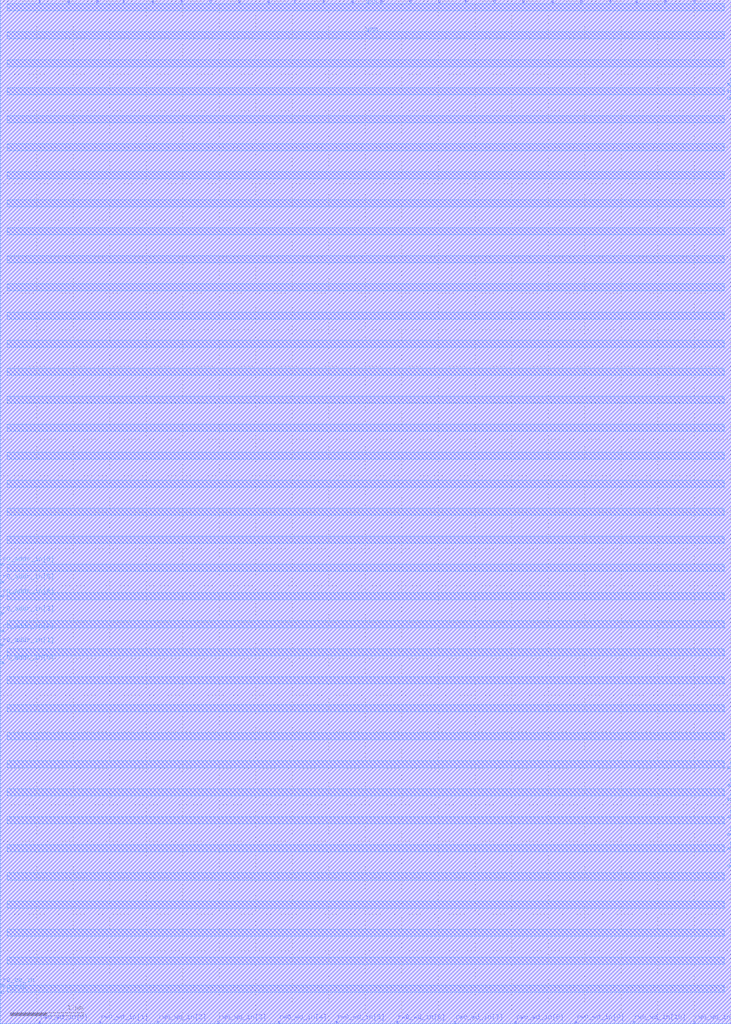
<source format=lef>
# Generated by OpenFakeRAM
VERSION 5.7 ;
BUSBITCHARS "[]" ;
PROPERTYDEFINITIONS
  MACRO width INTEGER ;
  MACRO depth INTEGER ;
  MACRO banks INTEGER ;
END PROPERTYDEFINITIONS
MACRO fakeram_1rw1r_12w128d_sram
  PROPERTY width 12 ;
  PROPERTY depth 128 ;
  PROPERTY banks 1 ;
  FOREIGN fakeram_1rw1r_12w128d_sram 0 0 ;
  SYMMETRY X Y R90 ;
  SIZE 10.008 BY 14.016 ;
  CLASS BLOCK ;
  PIN r0_clk
    DIRECTION INPUT ;
    USE SIGNAL ;
    SHAPE ABUTMENT ;
    PORT
      LAYER M4 ;
      RECT 0.000 0.420 0.048 0.444 ;
    END
  END r0_clk
  PIN r0_ce_in
    DIRECTION INPUT ;
    USE SIGNAL ;
    SHAPE ABUTMENT ;
    PORT
      LAYER M4 ;
      RECT 0.000 0.516 0.048 0.540 ;
    END
  END r0_ce_in
  PIN r0_addr_in[0]
    DIRECTION INPUT ;
    USE SIGNAL ;
    SHAPE ABUTMENT ;
    PORT
      LAYER M4 ;
      RECT 0.000 4.932 0.048 4.956 ;
    END
  END r0_addr_in[0]
  PIN r0_addr_in[1]
    DIRECTION INPUT ;
    USE SIGNAL ;
    SHAPE ABUTMENT ;
    PORT
      LAYER M4 ;
      RECT 0.000 5.172 0.048 5.196 ;
    END
  END r0_addr_in[1]
  PIN r0_addr_in[2]
    DIRECTION INPUT ;
    USE SIGNAL ;
    SHAPE ABUTMENT ;
    PORT
      LAYER M4 ;
      RECT 0.000 5.364 0.048 5.388 ;
    END
  END r0_addr_in[2]
  PIN r0_addr_in[3]
    DIRECTION INPUT ;
    USE SIGNAL ;
    SHAPE ABUTMENT ;
    PORT
      LAYER M4 ;
      RECT 0.000 5.604 0.048 5.628 ;
    END
  END r0_addr_in[3]
  PIN r0_addr_in[4]
    DIRECTION INPUT ;
    USE SIGNAL ;
    SHAPE ABUTMENT ;
    PORT
      LAYER M4 ;
      RECT 0.000 5.844 0.048 5.868 ;
    END
  END r0_addr_in[4]
  PIN r0_addr_in[5]
    DIRECTION INPUT ;
    USE SIGNAL ;
    SHAPE ABUTMENT ;
    PORT
      LAYER M4 ;
      RECT 0.000 6.036 0.048 6.060 ;
    END
  END r0_addr_in[5]
  PIN r0_addr_in[6]
    DIRECTION INPUT ;
    USE SIGNAL ;
    SHAPE ABUTMENT ;
    PORT
      LAYER M4 ;
      RECT 0.000 6.276 0.048 6.300 ;
    END
  END r0_addr_in[6]
  PIN rw0_rd_out[0]
    DIRECTION OUTPUT ;
    USE SIGNAL ;
    SHAPE ABUTMENT ;
    PORT
      LAYER M3 ;
      RECT 0.531 13.980 0.549 14.016 ;
    END
  END rw0_rd_out[0]
  PIN r0_rd_out[0]
    DIRECTION OUTPUT ;
    USE SIGNAL ;
    SHAPE ABUTMENT ;
    PORT
      LAYER M3 ;
      RECT 0.927 13.980 0.945 14.016 ;
    END
  END r0_rd_out[0]
  PIN rw0_rd_out[1]
    DIRECTION OUTPUT ;
    USE SIGNAL ;
    SHAPE ABUTMENT ;
    PORT
      LAYER M3 ;
      RECT 1.323 13.980 1.341 14.016 ;
    END
  END rw0_rd_out[1]
  PIN r0_rd_out[1]
    DIRECTION OUTPUT ;
    USE SIGNAL ;
    SHAPE ABUTMENT ;
    PORT
      LAYER M3 ;
      RECT 1.683 13.980 1.701 14.016 ;
    END
  END r0_rd_out[1]
  PIN rw0_rd_out[2]
    DIRECTION OUTPUT ;
    USE SIGNAL ;
    SHAPE ABUTMENT ;
    PORT
      LAYER M3 ;
      RECT 2.079 13.980 2.097 14.016 ;
    END
  END rw0_rd_out[2]
  PIN r0_rd_out[2]
    DIRECTION OUTPUT ;
    USE SIGNAL ;
    SHAPE ABUTMENT ;
    PORT
      LAYER M3 ;
      RECT 2.475 13.980 2.493 14.016 ;
    END
  END r0_rd_out[2]
  PIN rw0_rd_out[3]
    DIRECTION OUTPUT ;
    USE SIGNAL ;
    SHAPE ABUTMENT ;
    PORT
      LAYER M3 ;
      RECT 2.871 13.980 2.889 14.016 ;
    END
  END rw0_rd_out[3]
  PIN r0_rd_out[3]
    DIRECTION OUTPUT ;
    USE SIGNAL ;
    SHAPE ABUTMENT ;
    PORT
      LAYER M3 ;
      RECT 3.267 13.980 3.285 14.016 ;
    END
  END r0_rd_out[3]
  PIN rw0_rd_out[4]
    DIRECTION OUTPUT ;
    USE SIGNAL ;
    SHAPE ABUTMENT ;
    PORT
      LAYER M3 ;
      RECT 3.663 13.980 3.681 14.016 ;
    END
  END rw0_rd_out[4]
  PIN r0_rd_out[4]
    DIRECTION OUTPUT ;
    USE SIGNAL ;
    SHAPE ABUTMENT ;
    PORT
      LAYER M3 ;
      RECT 4.023 13.980 4.041 14.016 ;
    END
  END r0_rd_out[4]
  PIN rw0_rd_out[5]
    DIRECTION OUTPUT ;
    USE SIGNAL ;
    SHAPE ABUTMENT ;
    PORT
      LAYER M3 ;
      RECT 4.419 13.980 4.437 14.016 ;
    END
  END rw0_rd_out[5]
  PIN r0_rd_out[5]
    DIRECTION OUTPUT ;
    USE SIGNAL ;
    SHAPE ABUTMENT ;
    PORT
      LAYER M3 ;
      RECT 4.815 13.980 4.833 14.016 ;
    END
  END r0_rd_out[5]
  PIN rw0_rd_out[6]
    DIRECTION OUTPUT ;
    USE SIGNAL ;
    SHAPE ABUTMENT ;
    PORT
      LAYER M3 ;
      RECT 5.211 13.980 5.229 14.016 ;
    END
  END rw0_rd_out[6]
  PIN r0_rd_out[6]
    DIRECTION OUTPUT ;
    USE SIGNAL ;
    SHAPE ABUTMENT ;
    PORT
      LAYER M3 ;
      RECT 5.607 13.980 5.625 14.016 ;
    END
  END r0_rd_out[6]
  PIN rw0_rd_out[7]
    DIRECTION OUTPUT ;
    USE SIGNAL ;
    SHAPE ABUTMENT ;
    PORT
      LAYER M3 ;
      RECT 6.003 13.980 6.021 14.016 ;
    END
  END rw0_rd_out[7]
  PIN r0_rd_out[7]
    DIRECTION OUTPUT ;
    USE SIGNAL ;
    SHAPE ABUTMENT ;
    PORT
      LAYER M3 ;
      RECT 6.363 13.980 6.381 14.016 ;
    END
  END r0_rd_out[7]
  PIN rw0_rd_out[8]
    DIRECTION OUTPUT ;
    USE SIGNAL ;
    SHAPE ABUTMENT ;
    PORT
      LAYER M3 ;
      RECT 6.759 13.980 6.777 14.016 ;
    END
  END rw0_rd_out[8]
  PIN r0_rd_out[8]
    DIRECTION OUTPUT ;
    USE SIGNAL ;
    SHAPE ABUTMENT ;
    PORT
      LAYER M3 ;
      RECT 7.155 13.980 7.173 14.016 ;
    END
  END r0_rd_out[8]
  PIN rw0_rd_out[9]
    DIRECTION OUTPUT ;
    USE SIGNAL ;
    SHAPE ABUTMENT ;
    PORT
      LAYER M3 ;
      RECT 7.551 13.980 7.569 14.016 ;
    END
  END rw0_rd_out[9]
  PIN r0_rd_out[9]
    DIRECTION OUTPUT ;
    USE SIGNAL ;
    SHAPE ABUTMENT ;
    PORT
      LAYER M3 ;
      RECT 7.947 13.980 7.965 14.016 ;
    END
  END r0_rd_out[9]
  PIN rw0_rd_out[10]
    DIRECTION OUTPUT ;
    USE SIGNAL ;
    SHAPE ABUTMENT ;
    PORT
      LAYER M3 ;
      RECT 8.343 13.980 8.361 14.016 ;
    END
  END rw0_rd_out[10]
  PIN r0_rd_out[10]
    DIRECTION OUTPUT ;
    USE SIGNAL ;
    SHAPE ABUTMENT ;
    PORT
      LAYER M3 ;
      RECT 8.703 13.980 8.721 14.016 ;
    END
  END r0_rd_out[10]
  PIN rw0_rd_out[11]
    DIRECTION OUTPUT ;
    USE SIGNAL ;
    SHAPE ABUTMENT ;
    PORT
      LAYER M3 ;
      RECT 9.099 13.980 9.117 14.016 ;
    END
  END rw0_rd_out[11]
  PIN r0_rd_out[11]
    DIRECTION OUTPUT ;
    USE SIGNAL ;
    SHAPE ABUTMENT ;
    PORT
      LAYER M3 ;
      RECT 9.495 13.980 9.513 14.016 ;
    END
  END r0_rd_out[11]
  PIN rw0_clk
    DIRECTION INPUT ;
    USE SIGNAL ;
    SHAPE ABUTMENT ;
    PORT
      LAYER M4 ;
      RECT 9.960 12.660 10.008 12.684 ;
    END
  END rw0_clk
  PIN rw0_ce_in
    DIRECTION INPUT ;
    USE SIGNAL ;
    SHAPE ABUTMENT ;
    PORT
      LAYER M4 ;
      RECT 9.960 12.756 10.008 12.780 ;
    END
  END rw0_ce_in
  PIN rw0_we_in
    DIRECTION INPUT ;
    USE SIGNAL ;
    SHAPE ABUTMENT ;
    PORT
      LAYER M4 ;
      RECT 9.960 12.852 10.008 12.876 ;
    END
  END rw0_we_in
  PIN rw0_addr_in[0]
    DIRECTION INPUT ;
    USE SIGNAL ;
    SHAPE ABUTMENT ;
    PORT
      LAYER M4 ;
      RECT 9.960 2.148 10.008 2.172 ;
    END
  END rw0_addr_in[0]
  PIN rw0_addr_in[1]
    DIRECTION INPUT ;
    USE SIGNAL ;
    SHAPE ABUTMENT ;
    PORT
      LAYER M4 ;
      RECT 9.960 2.388 10.008 2.412 ;
    END
  END rw0_addr_in[1]
  PIN rw0_addr_in[2]
    DIRECTION INPUT ;
    USE SIGNAL ;
    SHAPE ABUTMENT ;
    PORT
      LAYER M4 ;
      RECT 9.960 2.580 10.008 2.604 ;
    END
  END rw0_addr_in[2]
  PIN rw0_addr_in[3]
    DIRECTION INPUT ;
    USE SIGNAL ;
    SHAPE ABUTMENT ;
    PORT
      LAYER M4 ;
      RECT 9.960 2.820 10.008 2.844 ;
    END
  END rw0_addr_in[3]
  PIN rw0_addr_in[4]
    DIRECTION INPUT ;
    USE SIGNAL ;
    SHAPE ABUTMENT ;
    PORT
      LAYER M4 ;
      RECT 9.960 3.060 10.008 3.084 ;
    END
  END rw0_addr_in[4]
  PIN rw0_addr_in[5]
    DIRECTION INPUT ;
    USE SIGNAL ;
    SHAPE ABUTMENT ;
    PORT
      LAYER M4 ;
      RECT 9.960 3.252 10.008 3.276 ;
    END
  END rw0_addr_in[5]
  PIN rw0_addr_in[6]
    DIRECTION INPUT ;
    USE SIGNAL ;
    SHAPE ABUTMENT ;
    PORT
      LAYER M4 ;
      RECT 9.960 3.492 10.008 3.516 ;
    END
  END rw0_addr_in[6]
  PIN rw0_wd_in[0]
    DIRECTION INPUT ;
    USE SIGNAL ;
    SHAPE ABUTMENT ;
    PORT
      LAYER M3 ;
      RECT 0.531 0.000 0.549 0.036 ;
    END
  END rw0_wd_in[0]
  PIN rw0_wd_in[1]
    DIRECTION INPUT ;
    USE SIGNAL ;
    SHAPE ABUTMENT ;
    PORT
      LAYER M3 ;
      RECT 1.359 0.000 1.377 0.036 ;
    END
  END rw0_wd_in[1]
  PIN rw0_wd_in[2]
    DIRECTION INPUT ;
    USE SIGNAL ;
    SHAPE ABUTMENT ;
    PORT
      LAYER M3 ;
      RECT 2.151 0.000 2.169 0.036 ;
    END
  END rw0_wd_in[2]
  PIN rw0_wd_in[3]
    DIRECTION INPUT ;
    USE SIGNAL ;
    SHAPE ABUTMENT ;
    PORT
      LAYER M3 ;
      RECT 2.979 0.000 2.997 0.036 ;
    END
  END rw0_wd_in[3]
  PIN rw0_wd_in[4]
    DIRECTION INPUT ;
    USE SIGNAL ;
    SHAPE ABUTMENT ;
    PORT
      LAYER M3 ;
      RECT 3.807 0.000 3.825 0.036 ;
    END
  END rw0_wd_in[4]
  PIN rw0_wd_in[5]
    DIRECTION INPUT ;
    USE SIGNAL ;
    SHAPE ABUTMENT ;
    PORT
      LAYER M3 ;
      RECT 4.599 0.000 4.617 0.036 ;
    END
  END rw0_wd_in[5]
  PIN rw0_wd_in[6]
    DIRECTION INPUT ;
    USE SIGNAL ;
    SHAPE ABUTMENT ;
    PORT
      LAYER M3 ;
      RECT 5.427 0.000 5.445 0.036 ;
    END
  END rw0_wd_in[6]
  PIN rw0_wd_in[7]
    DIRECTION INPUT ;
    USE SIGNAL ;
    SHAPE ABUTMENT ;
    PORT
      LAYER M3 ;
      RECT 6.219 0.000 6.237 0.036 ;
    END
  END rw0_wd_in[7]
  PIN rw0_wd_in[8]
    DIRECTION INPUT ;
    USE SIGNAL ;
    SHAPE ABUTMENT ;
    PORT
      LAYER M3 ;
      RECT 7.047 0.000 7.065 0.036 ;
    END
  END rw0_wd_in[8]
  PIN rw0_wd_in[9]
    DIRECTION INPUT ;
    USE SIGNAL ;
    SHAPE ABUTMENT ;
    PORT
      LAYER M3 ;
      RECT 7.875 0.000 7.893 0.036 ;
    END
  END rw0_wd_in[9]
  PIN rw0_wd_in[10]
    DIRECTION INPUT ;
    USE SIGNAL ;
    SHAPE ABUTMENT ;
    PORT
      LAYER M3 ;
      RECT 8.667 0.000 8.685 0.036 ;
    END
  END rw0_wd_in[10]
  PIN rw0_wd_in[11]
    DIRECTION INPUT ;
    USE SIGNAL ;
    SHAPE ABUTMENT ;
    PORT
      LAYER M3 ;
      RECT 9.495 0.000 9.513 0.036 ;
    END
  END rw0_wd_in[11]
  PIN VSS
    DIRECTION INOUT ;
    USE GROUND ;
    PORT
      LAYER M4 ;
      RECT 0.096 0.816 9.912 0.912 ;
      RECT 0.096 1.584 9.912 1.680 ;
      RECT 0.096 2.352 9.912 2.448 ;
      RECT 0.096 3.120 9.912 3.216 ;
      RECT 0.096 3.888 9.912 3.984 ;
      RECT 0.096 4.656 9.912 4.752 ;
      RECT 0.096 5.424 9.912 5.520 ;
      RECT 0.096 6.192 9.912 6.288 ;
      RECT 0.096 6.960 9.912 7.056 ;
      RECT 0.096 7.728 9.912 7.824 ;
      RECT 0.096 8.496 9.912 8.592 ;
      RECT 0.096 9.264 9.912 9.360 ;
      RECT 0.096 10.032 9.912 10.128 ;
      RECT 0.096 10.800 9.912 10.896 ;
      RECT 0.096 11.568 9.912 11.664 ;
      RECT 0.096 12.336 9.912 12.432 ;
      RECT 0.096 13.104 9.912 13.200 ;
      RECT 0.096 13.872 9.912 13.968 ;
    END
  END VSS
  PIN VDD
    DIRECTION INOUT ;
    USE POWER ;
    PORT
      LAYER M4 ;
      RECT 0.096 0.432 9.912 0.528 ;
      RECT 0.096 1.200 9.912 1.296 ;
      RECT 0.096 1.968 9.912 2.064 ;
      RECT 0.096 2.736 9.912 2.832 ;
      RECT 0.096 3.504 9.912 3.600 ;
      RECT 0.096 4.272 9.912 4.368 ;
      RECT 0.096 5.040 9.912 5.136 ;
      RECT 0.096 5.808 9.912 5.904 ;
      RECT 0.096 6.576 9.912 6.672 ;
      RECT 0.096 7.344 9.912 7.440 ;
      RECT 0.096 8.112 9.912 8.208 ;
      RECT 0.096 8.880 9.912 8.976 ;
      RECT 0.096 9.648 9.912 9.744 ;
      RECT 0.096 10.416 9.912 10.512 ;
      RECT 0.096 11.184 9.912 11.280 ;
      RECT 0.096 11.952 9.912 12.048 ;
      RECT 0.096 12.720 9.912 12.816 ;
      RECT 0.096 13.488 9.912 13.584 ;
    END
  END VDD
  OBS
    LAYER M1 ;
    RECT 0 0 10.008 14.016 ;
    LAYER M2 ;
    RECT 0 0 10.008 14.016 ;
    LAYER M3 ;
    RECT 0 0 10.008 14.016 ;
    LAYER M4 ;
    RECT 0 0 10.008 14.016 ;
  END
END fakeram_1rw1r_12w128d_sram

END LIBRARY

</source>
